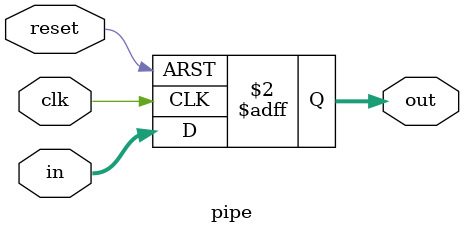
<source format=sv>
module pipe #( parameter WIDTH = 8 )
			  ( input logic 	         clk, reset,
			    input logic  [WIDTH-1:0] in,
				output logic [WIDTH-1:0] out );

	always_ff @( posedge clk, posedge reset )
	begin
		if (reset) 	    out <= 0;
		else begin 
			out<= in;
		end		
	end
endmodule
</source>
